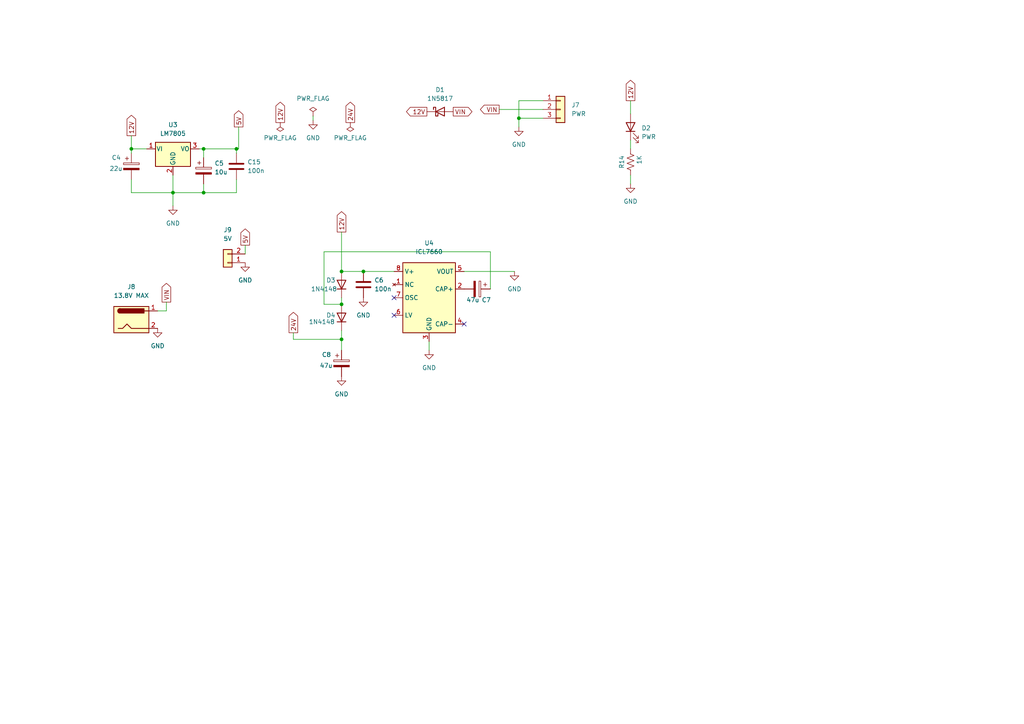
<source format=kicad_sch>
(kicad_sch (version 20211123) (generator eeschema)
  (paper "A4")
  (lib_symbols
    (symbol "Connector:Barrel_Jack" (pin_names (offset 1.016))
      (property "Reference" "J" (at 0 5.334 0))
      (property "Value" "Barrel_Jack" (at 0 -5.08 0))
      (symbol "Barrel_Jack_0_1"
        (rectangle (start -5.08 3.81) (end 5.08 -3.81) (stroke (width 0.254)) (fill (type background)))
        (arc (start -3.302 3.175) (mid -3.937 2.54) (end -3.302 1.905) (stroke (width 0.254)))
        (arc (start -3.302 3.175) (mid -3.937 2.54) (end -3.302 1.905) (stroke (width 0.254)) (fill (type outline)))
        (polyline (pts (xy 5.08 2.54) (xy 3.81 2.54)) (stroke (width 0.254)))
        (polyline (pts (xy -3.81 -2.54) (xy -2.54 -2.54) (xy -1.27 -1.27) (xy 0 -2.54) (xy 2.54 -2.54) (xy 5.08 -2.54)) (stroke (width 0.254)))
        (rectangle (start 3.683 3.175) (end -3.302 1.905) (stroke (width 0.254)) (fill (type outline)))
      )
      (symbol "Barrel_Jack_1_1"
        (pin passive line (at 7.62 2.54 180) (length 2.54) (name "~") (number "1"))
        (pin passive line (at 7.62 -2.54 180) (length 2.54) (name "~") (number "2"))
      )
    )
    (symbol "Connector_Generic:Conn_01x02" (pin_names (offset 1.016) hide)
      (property "Reference" "J" (at 0 2.54 0))
      (property "Value" "Conn_01x02" (at 0 -5.08 0))
      (symbol "Conn_01x02_1_1"
        (rectangle (start -1.27 -2.413) (end 0 -2.667) (stroke (width 0.1524)))
        (rectangle (start -1.27 0.127) (end 0 -0.127) (stroke (width 0.1524)))
        (rectangle (start -1.27 1.27) (end 1.27 -3.81) (stroke (width 0.254)) (fill (type background)))
        (pin passive line (at -5.08 0 0) (length 3.81) (name "Pin_1") (number "1"))
        (pin passive line (at -5.08 -2.54 0) (length 3.81) (name "Pin_2") (number "2"))
      )
    )
    (symbol "Connector_Generic:Conn_01x03" (pin_names (offset 1.016) hide)
      (property "Reference" "J" (at 0 5.08 0))
      (property "Value" "Conn_01x03" (at 0 -5.08 0))
      (symbol "Conn_01x03_1_1"
        (rectangle (start -1.27 -2.413) (end 0 -2.667) (stroke (width 0.1524)))
        (rectangle (start -1.27 0.127) (end 0 -0.127) (stroke (width 0.1524)))
        (rectangle (start -1.27 2.667) (end 0 2.413) (stroke (width 0.1524)))
        (rectangle (start -1.27 3.81) (end 1.27 -3.81) (stroke (width 0.254)) (fill (type background)))
        (pin passive line (at -5.08 2.54 0) (length 3.81) (name "Pin_1") (number "1"))
        (pin passive line (at -5.08 0 0) (length 3.81) (name "Pin_2") (number "2"))
        (pin passive line (at -5.08 -2.54 0) (length 3.81) (name "Pin_3") (number "3"))
      )
    )
    (symbol "Device:C" (pin_numbers hide) (pin_names (offset 0.254))
      (property "Reference" "C" (at 0.635 2.54 0))
      (property "Value" "C" (at 0.635 -2.54 0))
      (symbol "C_0_1"
        (polyline (pts (xy -2.032 -0.762) (xy 2.032 -0.762)) (stroke (width 0.508)))
        (polyline (pts (xy -2.032 0.762) (xy 2.032 0.762)) (stroke (width 0.508)))
      )
      (symbol "C_1_1"
        (pin passive line (at 0 3.81 270) (length 2.794) (name "~") (number "1"))
        (pin passive line (at 0 -3.81 90) (length 2.794) (name "~") (number "2"))
      )
    )
    (symbol "Device:C_Polarized" (pin_numbers hide) (pin_names (offset 0.254))
      (property "Reference" "C" (at 0.635 2.54 0))
      (property "Value" "C_Polarized" (at 0.635 -2.54 0))
      (symbol "C_Polarized_0_1"
        (rectangle (start -2.286 0.508) (end 2.286 1.016))
        (polyline (pts (xy -1.778 2.286) (xy -0.762 2.286)))
        (polyline (pts (xy -1.27 2.794) (xy -1.27 1.778)))
        (rectangle (start 2.286 -0.508) (end -2.286 -1.016) (fill (type outline)))
      )
      (symbol "C_Polarized_1_1"
        (pin passive line (at 0 3.81 270) (length 2.794) (name "~") (number "1"))
        (pin passive line (at 0 -3.81 90) (length 2.794) (name "~") (number "2"))
      )
    )
    (symbol "Device:LED" (pin_numbers hide) (pin_names (offset 1.016) hide)
      (property "Reference" "D" (at 0 2.54 0))
      (property "Value" "LED" (at 0 -2.54 0))
      (symbol "LED_0_1"
        (polyline (pts (xy -1.27 -1.27) (xy -1.27 1.27)) (stroke (width 0.254)))
        (polyline (pts (xy -1.27 0) (xy 1.27 0)))
        (polyline (pts (xy 1.27 -1.27) (xy 1.27 1.27) (xy -1.27 0) (xy 1.27 -1.27)) (stroke (width 0.254)))
        (polyline (pts (xy -3.048 -0.762) (xy -4.572 -2.286) (xy -3.81 -2.286) (xy -4.572 -2.286) (xy -4.572 -1.524)))
        (polyline (pts (xy -1.778 -0.762) (xy -3.302 -2.286) (xy -2.54 -2.286) (xy -3.302 -2.286) (xy -3.302 -1.524)))
      )
      (symbol "LED_1_1"
        (pin passive line (at -3.81 0 0) (length 2.54) (name "K") (number "1"))
        (pin passive line (at 3.81 0 180) (length 2.54) (name "A") (number "2"))
      )
    )
    (symbol "Device:R_US" (pin_numbers hide) (pin_names (offset 0))
      (property "Reference" "R" (at 2.54 0 90))
      (property "Value" "R_US" (at -2.54 0 90))
      (symbol "R_US_0_1"
        (polyline (pts (xy 0 -2.286) (xy 0 -2.54)))
        (polyline (pts (xy 0 2.286) (xy 0 2.54)))
        (polyline (pts (xy 0 -0.762) (xy 1.016 -1.143) (xy 0 -1.524) (xy -1.016 -1.905) (xy 0 -2.286)))
        (polyline (pts (xy 0 0.762) (xy 1.016 0.381) (xy 0 0) (xy -1.016 -0.381) (xy 0 -0.762)))
        (polyline (pts (xy 0 2.286) (xy 1.016 1.905) (xy 0 1.524) (xy -1.016 1.143) (xy 0 0.762)))
      )
      (symbol "R_US_1_1"
        (pin passive line (at 0 3.81 270) (length 1.27) (name "~") (number "1"))
        (pin passive line (at 0 -3.81 90) (length 1.27) (name "~") (number "2"))
      )
    )
    (symbol "Diode:1N5817" (pin_numbers hide) (pin_names (offset 1.016) hide)
      (property "Reference" "D" (at 0 2.54 0))
      (property "Value" "1N5817" (at 0 -2.54 0))
      (symbol "1N5817_0_1"
        (polyline (pts (xy 1.27 0) (xy -1.27 0)))
        (polyline (pts (xy 1.27 1.27) (xy 1.27 -1.27) (xy -1.27 0) (xy 1.27 1.27)) (stroke (width 0.254)))
        (polyline (pts (xy -1.905 0.635) (xy -1.905 1.27) (xy -1.27 1.27) (xy -1.27 -1.27) (xy -0.635 -1.27) (xy -0.635 -0.635)) (stroke (width 0.254)))
      )
      (symbol "1N5817_1_1"
        (pin passive line (at -3.81 0 0) (length 2.54) (name "K") (number "1"))
        (pin passive line (at 3.81 0 180) (length 2.54) (name "A") (number "2"))
      )
    )
    (symbol "Diode:LL4148" (pin_numbers hide) (pin_names (offset 1.016) hide)
      (property "Reference" "D" (at 0 2.54 0))
      (property "Value" "LL4148" (at 0 -2.54 0))
      (symbol "LL4148_0_1"
        (polyline (pts (xy -1.27 1.27) (xy -1.27 -1.27)) (stroke (width 0.254)))
        (polyline (pts (xy 1.27 0) (xy -1.27 0)))
        (polyline (pts (xy 1.27 1.27) (xy 1.27 -1.27) (xy -1.27 0) (xy 1.27 1.27)) (stroke (width 0.254)))
      )
      (symbol "LL4148_1_1"
        (pin passive line (at -3.81 0 0) (length 2.54) (name "K") (number "1"))
        (pin passive line (at 3.81 0 180) (length 2.54) (name "A") (number "2"))
      )
    )
    (symbol "Regulator_Linear:LM7805_TO220" (pin_names (offset 0.254))
      (property "Reference" "U" (at -3.81 3.175 0))
      (property "Value" "LM7805_TO220" (at 0 3.175 0))
      (symbol "LM7805_TO220_0_1"
        (rectangle (start -5.08 1.905) (end 5.08 -5.08) (stroke (width 0.254)) (fill (type background)))
      )
      (symbol "LM7805_TO220_1_1"
        (pin power_in line (at -7.62 0 0) (length 2.54) (name "VI") (number "1"))
        (pin power_in line (at 0 -7.62 90) (length 2.54) (name "GND") (number "2"))
        (pin power_out line (at 7.62 0 180) (length 2.54) (name "VO") (number "3"))
      )
    )
    (symbol "Regulator_SwitchedCapacitor:ICL7660"
      (property "Reference" "U4" (at 0 15.875 0))
      (property "Value" "ICL7660" (at 0 13.335 0))
      (symbol "ICL7660_0_1"
        (rectangle (start -7.62 10.16) (end 7.62 -10.16) (stroke (width 0.254)) (fill (type background)))
      )
      (symbol "ICL7660_1_1"
        (pin no_connect line (at -10.16 3.81 0) (length 2.54) (name "NC") (number "1"))
        (pin input line (at 10.16 2.54 180) (length 2.54) (name "CAP+") (number "2"))
        (pin power_in line (at 0 -12.7 90) (length 2.54) (name "GND") (number "3"))
        (pin input line (at 10.16 -7.62 180) (length 2.54) (name "CAP-") (number "4"))
        (pin passive line (at 10.16 7.62 180) (length 2.54) (name "VOUT") (number "5"))
        (pin input line (at -10.16 -5.08 0) (length 2.54) (name "LV") (number "6"))
        (pin input line (at -10.16 0 0) (length 2.54) (name "OSC") (number "7"))
        (pin power_in line (at -10.16 7.62 0) (length 2.54) (name "V+") (number "8"))
      )
    )
    (symbol "power:GND" (power) (pin_names (offset 0))
      (property "Value" "GND" (at 0 -3.81 0))
      (symbol "GND_0_1"
        (polyline (pts (xy 0 0) (xy 0 -1.27) (xy 1.27 -1.27) (xy 0 -2.54) (xy -1.27 -1.27) (xy 0 -1.27)))
      )
      (symbol "GND_1_1"
        (pin power_in line (at 0 0 270) (length 0) hide (name "GND") (number "1"))
      )
    )
    (symbol "power:PWR_FLAG" (power) (pin_numbers hide) (pin_names (offset 0) hide)
      (property "Value" "PWR_FLAG" (at 0 3.81 0))
      (symbol "PWR_FLAG_0_0"
        (pin power_out line (at 0 0 90) (length 0) (name "pwr") (number "1"))
      )
      (symbol "PWR_FLAG_0_1"
        (polyline (pts (xy 0 0) (xy 0 1.27) (xy -1.016 1.905) (xy 0 2.54) (xy 1.016 1.905) (xy 0 1.27)))
      )
    )
  )
  (junction (at 68.58 43.18))
  (junction (at 59.055 43.18))
  (junction (at 105.41 78.74))
  (junction (at 99.06 98.425))
  (junction (at 99.06 78.74))
  (junction (at 150.495 34.29))
  (junction (at 99.06 88.265))
  (junction (at 38.1 43.18))
  (junction (at 59.055 55.88))
  (junction (at 50.165 55.88))
  (no_connect (at 134.62 93.98))
  (no_connect (at 114.3 86.36))
  (no_connect (at 114.3 91.44))
  (wire (pts (xy 182.88 29.21) (xy 182.88 33.02)))
  (wire (pts (xy 124.46 101.6) (xy 124.46 99.06)))
  (wire (pts (xy 90.805 33.655) (xy 90.805 34.925)))
  (wire (pts (xy 150.495 29.21) (xy 150.495 34.29)))
  (wire (pts (xy 144.78 31.75) (xy 157.48 31.75)))
  (wire (pts (xy 50.165 55.88) (xy 50.165 59.69)))
  (wire (pts (xy 99.06 88.265) (xy 99.06 86.36)))
  (wire (pts (xy 150.495 34.29) (xy 157.48 34.29)))
  (wire (pts (xy 99.06 78.74) (xy 105.41 78.74)))
  (wire (pts (xy 182.88 50.8) (xy 182.88 53.34)))
  (wire (pts (xy 45.72 90.17) (xy 48.26 90.17)))
  (wire (pts (xy 59.055 55.88) (xy 68.58 55.88)))
  (wire (pts (xy 38.1 43.18) (xy 38.1 44.45)))
  (wire (pts (xy 59.055 53.34) (xy 59.055 55.88)))
  (wire (pts (xy 38.1 52.07) (xy 38.1 55.88)))
  (wire (pts (xy 68.58 43.18) (xy 69.215 43.18)))
  (wire (pts (xy 93.98 73.025) (xy 142.24 73.025)))
  (wire (pts (xy 50.165 55.88) (xy 50.165 50.8)))
  (wire (pts (xy 105.41 78.74) (xy 114.3 78.74)))
  (wire (pts (xy 85.09 96.52) (xy 85.09 98.425)))
  (wire (pts (xy 99.06 78.74) (xy 99.06 67.31)))
  (wire (pts (xy 69.215 36.83) (xy 69.215 43.18)))
  (wire (pts (xy 157.48 29.21) (xy 150.495 29.21)))
  (wire (pts (xy 50.165 55.88) (xy 59.055 55.88)))
  (wire (pts (xy 93.98 88.265) (xy 99.06 88.265)))
  (wire (pts (xy 85.09 98.425) (xy 99.06 98.425)))
  (wire (pts (xy 134.62 78.74) (xy 149.225 78.74)))
  (wire (pts (xy 59.055 43.18) (xy 68.58 43.18)))
  (wire (pts (xy 93.98 73.025) (xy 93.98 88.265)))
  (wire (pts (xy 59.055 43.18) (xy 59.055 45.72)))
  (wire (pts (xy 71.12 71.12) (xy 71.12 73.66)))
  (wire (pts (xy 99.06 98.425) (xy 99.06 95.885)))
  (wire (pts (xy 68.58 43.18) (xy 68.58 44.45)))
  (wire (pts (xy 182.88 40.64) (xy 182.88 43.18)))
  (wire (pts (xy 50.165 55.88) (xy 38.1 55.88)))
  (wire (pts (xy 57.785 43.18) (xy 59.055 43.18)))
  (wire (pts (xy 42.545 43.18) (xy 38.1 43.18)))
  (wire (pts (xy 99.06 101.6) (xy 99.06 98.425)))
  (wire (pts (xy 68.58 52.07) (xy 68.58 55.88)))
  (wire (pts (xy 38.1 39.37) (xy 38.1 43.18)))
  (wire (pts (xy 142.24 73.025) (xy 142.24 83.82)))
  (wire (pts (xy 150.495 34.29) (xy 150.495 36.83)))
  (wire (pts (xy 48.26 90.17) (xy 48.26 87.63)))
  (global_label "12V" (shape output) (at 38.1 39.37 90) (property "Intersheet References" "${INTERSHEET_REFS}" (effects hide)))
  (global_label "24V" (shape output) (at 85.09 96.52 90) (property "Intersheet References" "${INTERSHEET_REFS}" (effects hide)))
  (global_label "VIN" (shape output) (at 144.78 31.75 180) (property "Intersheet References" "${INTERSHEET_REFS}" (effects hide)))
  (global_label "5V" (shape output) (at 69.215 36.83 90) (property "Intersheet References" "${INTERSHEET_REFS}" (effects hide)))
  (global_label "12V" (shape output) (at 123.825 32.385 180) (property "Intersheet References" "${INTERSHEET_REFS}" (effects hide)))
  (global_label "12V" (shape output) (at 182.88 29.21 90) (property "Intersheet References" "${INTERSHEET_REFS}" (effects hide)))
  (global_label "VIN" (shape output) (at 131.445 32.385 0) (property "Intersheet References" "${INTERSHEET_REFS}" (effects hide)))
  (global_label "24V" (shape output) (at 101.6 35.56 90) (property "Intersheet References" "${INTERSHEET_REFS}" (effects hide)))
  (global_label "12V" (shape output) (at 81.28 35.56 90) (property "Intersheet References" "${INTERSHEET_REFS}" (effects hide)))
  (global_label "12V" (shape output) (at 99.06 67.31 90) (property "Intersheet References" "${INTERSHEET_REFS}" (effects hide)))
  (global_label "5V" (shape output) (at 71.12 71.12 90) (property "Intersheet References" "${INTERSHEET_REFS}" (effects hide)))
  (global_label "VIN" (shape output) (at 48.26 87.63 90) (property "Intersheet References" "${INTERSHEET_REFS}" (effects hide)))
  (symbol (lib_id "Diode:LL4148") (at 99.06 92.075 90) (unit 1)
    (property "Reference" "D4" (at 94.615 91.44 90) (effects (justify right)))
    (property "Value" "1N4148" (at 89.535 93.345 90) (effects (justify right)))
    (property "Footprint" "Diode_SMD:D_MiniMELF" (effects hide))
    (property "Datasheet" "http://www.vishay.com/docs/85557/ll4148.pdf" (effects hide))
  )
  (symbol (lib_id "power:PWR_FLAG") (at 101.6 35.56 180) (unit 1)
    (property "Reference" "#FLG04" (effects hide))
    (property "Value" "PWR_FLAG" (at 101.6 40.005 0))
  )
  (symbol (lib_id "power:GND") (at 105.41 86.36 0) (unit 1)
    (property "Reference" "#PWR021" (effects hide))
    (property "Value" "GND" (at 105.41 91.44 0))
  )
  (symbol (lib_id "Diode:LL4148") (at 99.06 82.55 90) (unit 1)
    (property "Reference" "D3" (at 94.615 81.28 90) (effects (justify right)))
    (property "Value" "1N4148" (at 90.17 83.82 90) (effects (justify right)))
    (property "Footprint" "Diode_SMD:D_MiniMELF" (effects hide))
    (property "Datasheet" "http://www.vishay.com/docs/85557/ll4148.pdf" (effects hide))
  )
  (symbol (lib_id "Diode:1N5817") (at 127.635 32.385 0) (unit 1)
    (property "Reference" "D1" (at 127.635 26.035 0))
    (property "Value" "1N5817" (at 127.635 28.575 0))
    (property "Footprint" "Diode_THT:D_DO-41_SOD81_P10.16mm_Horizontal" (effects hide))
    (property "Datasheet" "http://www.vishay.com/docs/88525/1n5817.pdf" (effects hide))
  )
  (symbol (lib_id "Device:C_Polarized") (at 59.055 49.53 0) (unit 1)
    (property "Reference" "C5" (at 62.23 47.3709 0) (effects (justify left)))
    (property "Value" "10u" (at 62.23 49.9109 0) (effects (justify left)))
    (property "Footprint" "Capacitor_THT:CP_Radial_D8.0mm_P2.50mm" (effects hide))
  )
  (symbol (lib_id "Device:C") (at 68.58 48.26 180) (unit 1)
    (property "Reference" "C15" (at 71.755 46.9899 0) (effects (justify right)))
    (property "Value" "100n" (at 71.755 49.5299 0) (effects (justify right)))
    (property "Footprint" "Capacitor_SMD:C_1206_3216Metric" (effects hide))
  )
  (symbol (lib_id "Connector_Generic:Conn_01x02") (at 66.04 76.2 180) (unit 1)
    (property "Reference" "J9" (at 66.04 66.675 0))
    (property "Value" "5V" (at 66.04 69.215 0))
    (property "Footprint" "Connector_PinHeader_2.54mm:PinHeader_1x02_P2.54mm_Vertical" (effects hide))
  )
  (symbol (lib_id "Device:LED") (at 182.88 36.83 90) (unit 1)
    (property "Reference" "D2" (at 186.055 37.1474 90) (effects (justify right)))
    (property "Value" "PWR" (at 186.055 39.6874 90) (effects (justify right)))
    (property "Footprint" "LED_THT:LED_D3.0mm" (effects hide))
  )
  (symbol (lib_id "power:PWR_FLAG") (at 90.805 33.655 0) (unit 1)
    (property "Reference" "#FLG02" (effects hide))
    (property "Value" "PWR_FLAG" (at 90.805 28.575 0))
  )
  (symbol (lib_id "power:GND") (at 149.225 78.74 0) (unit 1)
    (property "Reference" "#PWR020" (effects hide))
    (property "Value" "GND" (at 149.225 83.82 0))
  )
  (symbol (lib_id "power:GND") (at 150.495 36.83 0) (unit 1)
    (property "Reference" "#PWR017" (effects hide))
    (property "Value" "GND" (at 150.495 41.91 0))
  )
  (symbol (lib_id "Device:C_Polarized") (at 38.1 48.26 0) (unit 1)
    (property "Reference" "C4" (at 32.385 45.72 0) (effects (justify left)))
    (property "Value" "22u" (at 31.75 48.895 0) (effects (justify left)))
    (property "Footprint" "Capacitor_THT:CP_Radial_D8.0mm_P2.50mm" (effects hide))
  )
  (symbol (lib_id "power:GND") (at 45.72 95.25 0) (unit 1)
    (property "Reference" "#PWR030" (effects hide))
    (property "Value" "GND" (at 45.72 100.33 0))
  )
  (symbol (lib_id "Device:C_Polarized") (at 138.43 83.82 270) (unit 1)
    (property "Reference" "C7" (at 139.7 86.995 90) (effects (justify left)))
    (property "Value" "47u" (at 135.255 86.995 90) (effects (justify left)))
    (property "Footprint" "Capacitor_THT:CP_Radial_D8.0mm_P2.50mm" (effects hide))
  )
  (symbol (lib_id "Regulator_Linear:LM7805_TO220") (at 50.165 43.18 0) (unit 1)
    (property "Reference" "U3" (at 50.165 36.195 0))
    (property "Value" "LM7805" (at 50.165 38.735 0))
    (property "Footprint" "Package_TO_SOT_THT:TO-220-3_Vertical" (effects hide))
    (property "Datasheet" "https://www.onsemi.cn/PowerSolutions/document/MC7800-D.PDF" (effects hide))
  )
  (symbol (lib_id "power:GND") (at 99.06 109.22 0) (unit 1)
    (property "Reference" "#PWR023" (effects hide))
    (property "Value" "GND" (at 99.06 114.3 0))
  )
  (symbol (lib_id "Regulator_SwitchedCapacitor:ICL7660") (at 124.46 86.36 0) (unit 1)
    (property "Reference" "U4" (at 124.46 70.485 0))
    (property "Value" "ICL7660" (at 124.46 73.025 0))
    (property "Footprint" "Package_SO:SOIC-8_3.9x4.9mm_P1.27mm" (effects hide))
    (property "Datasheet" "http://datasheets.maximintegrated.com/en/ds/ICL7660-MAX1044.pdf" (effects hide))
  )
  (symbol (lib_id "power:GND") (at 50.165 59.69 0) (unit 1)
    (property "Reference" "#PWR019" (effects hide))
    (property "Value" "GND" (at 50.165 64.77 0))
  )
  (symbol (lib_id "Connector:Barrel_Jack") (at 38.1 92.71 0) (unit 1)
    (property "Reference" "J8" (at 38.1 83.185 0))
    (property "Value" "13.8V MAX" (at 38.1 85.725 0))
    (property "Footprint" "Connector_BarrelJack:BarrelJack_GCT_DCJ200-10-A_Horizontal" (effects hide))
  )
  (symbol (lib_id "Device:R_US") (at 182.88 46.99 180) (unit 1)
    (property "Reference" "R14" (at 180.34 46.99 90))
    (property "Value" "1K" (at 185.42 46.355 90))
    (property "Footprint" "Resistor_SMD:R_1206_3216Metric" (effects hide))
  )
  (symbol (lib_id "Connector_Generic:Conn_01x03") (at 162.56 31.75 0) (unit 1)
    (property "Reference" "J7" (at 165.735 30.4799 0) (effects (justify left)))
    (property "Value" "PWR" (at 165.735 33.0199 0) (effects (justify left)))
    (property "Footprint" "Connector_PinHeader_2.54mm:PinHeader_1x03_P2.54mm_Vertical" (effects hide))
  )
  (symbol (lib_id "power:PWR_FLAG") (at 81.28 35.56 180) (unit 1)
    (property "Reference" "#FLG03" (effects hide))
    (property "Value" "PWR_FLAG" (at 81.28 40.005 0))
  )
  (symbol (lib_id "power:GND") (at 182.88 53.34 0) (unit 1)
    (property "Reference" "#PWR018" (effects hide))
    (property "Value" "GND" (at 182.88 58.42 0))
  )
  (symbol (lib_id "Device:C_Polarized") (at 99.06 105.41 0) (unit 1)
    (property "Reference" "C8" (at 93.345 102.87 0) (effects (justify left)))
    (property "Value" "47u" (at 92.71 106.045 0) (effects (justify left)))
    (property "Footprint" "Capacitor_THT:CP_Radial_D8.0mm_P2.50mm" (effects hide))
  )
  (symbol (lib_id "power:GND") (at 124.46 101.6 0) (unit 1)
    (property "Reference" "#PWR022" (effects hide))
    (property "Value" "GND" (at 124.46 106.68 0))
  )
  (symbol (lib_id "power:GND") (at 71.12 76.2 0) (unit 1)
    (property "Reference" "#PWR031" (effects hide))
    (property "Value" "GND" (at 71.12 81.28 0))
  )
  (symbol (lib_id "power:GND") (at 90.805 34.925 0) (unit 1)
    (property "Reference" "#PWR016" (effects hide))
    (property "Value" "GND" (at 90.805 40.005 0))
  )
  (symbol (lib_id "Device:C") (at 105.41 82.55 180) (unit 1)
    (property "Reference" "C6" (at 108.585 81.2799 0) (effects (justify right)))
    (property "Value" "100n" (at 108.585 83.8199 0) (effects (justify right)))
    (property "Footprint" "Capacitor_SMD:C_1206_3216Metric" (effects hide))
  )
)
</source>
